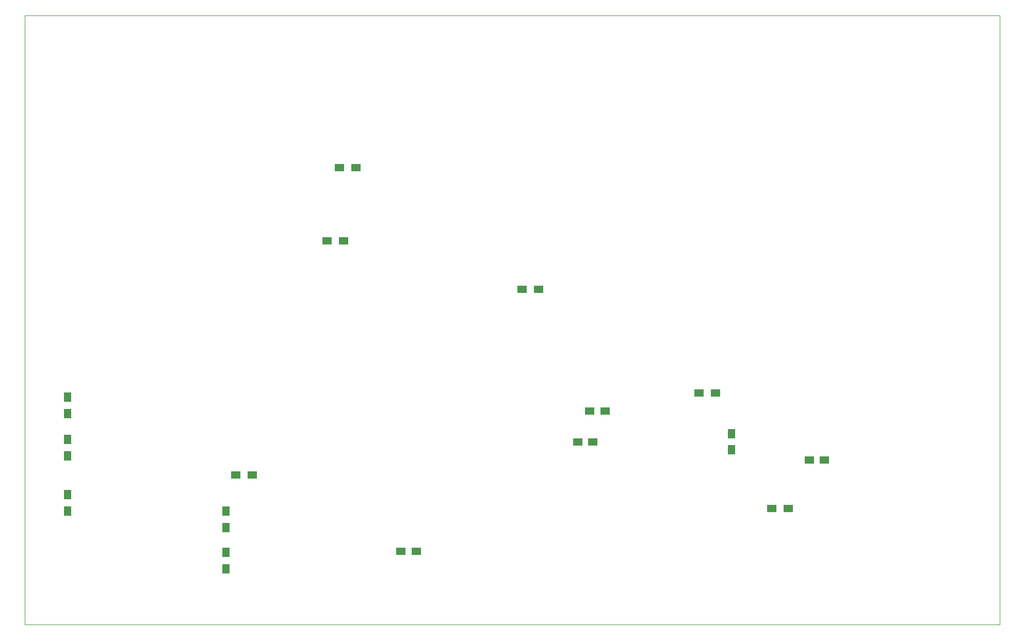
<source format=gbr>
G04 #@! TF.FileFunction,Paste,Top*
%FSLAX46Y46*%
G04 Gerber Fmt 4.6, Leading zero omitted, Abs format (unit mm)*
G04 Created by KiCad (PCBNEW 4.0.5) date 06/25/17 19:58:10*
%MOMM*%
%LPD*%
G01*
G04 APERTURE LIST*
%ADD10C,0.150000*%
%ADD11C,0.100000*%
%ADD12R,1.500000X1.250000*%
%ADD13R,1.500000X1.300000*%
%ADD14R,1.300000X1.500000*%
G04 APERTURE END LIST*
D10*
D11*
X60000000Y-140000000D02*
X60000000Y-40000000D01*
X220000000Y-140000000D02*
X60000000Y-140000000D01*
X220000000Y-40000000D02*
X220000000Y-140000000D01*
X60000000Y-40000000D02*
X220000000Y-40000000D01*
D12*
X121750000Y-128000000D03*
X124250000Y-128000000D03*
X188750000Y-113000000D03*
X191250000Y-113000000D03*
X152750000Y-105000000D03*
X155250000Y-105000000D03*
X150750000Y-110000000D03*
X153250000Y-110000000D03*
D13*
X109650000Y-77000000D03*
X112350000Y-77000000D03*
D14*
X67000000Y-121350000D03*
X67000000Y-118650000D03*
X67000000Y-112350000D03*
X67000000Y-109650000D03*
X67000000Y-105350000D03*
X67000000Y-102650000D03*
X93000000Y-128150000D03*
X93000000Y-130850000D03*
D13*
X97350000Y-115500000D03*
X94650000Y-115500000D03*
D14*
X93000000Y-121400000D03*
X93000000Y-124100000D03*
D13*
X111650000Y-65000000D03*
X114350000Y-65000000D03*
X170650000Y-102000000D03*
X173350000Y-102000000D03*
X144350000Y-85000000D03*
X141650000Y-85000000D03*
X185350000Y-121000000D03*
X182650000Y-121000000D03*
D14*
X176000000Y-111350000D03*
X176000000Y-108650000D03*
M02*

</source>
